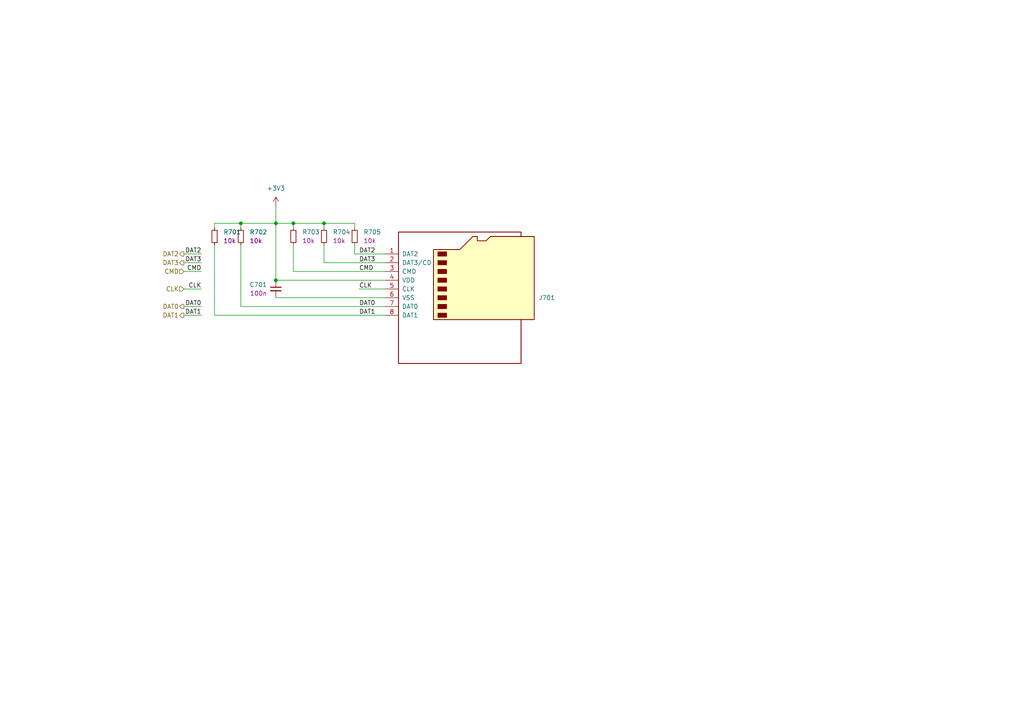
<source format=kicad_sch>
(kicad_sch (version 20211123) (generator eeschema)
  (paper "A4")
  (lib_symbols
    (symbol "BOM:C_0402_100n" (pin_numbers hide) (pin_names (offset 0.254) hide)
      (property "Reference" "C" (at 0.254 1.778 0))
      (property "Capicatance" "100n" (at 3.81 -2.54 0))
      (symbol "C_0402_100n_0_1"
        (polyline (pts (xy -1.524 -0.508) (xy 1.524 -0.508)) (stroke (width 0.3302)))
        (polyline (pts (xy -1.524 0.508) (xy 1.524 0.508)) (stroke (width 0.3048)))
      )
      (symbol "C_0402_100n_1_1"
        (pin passive line (at 0 2.54 270) (length 2.032) (name "~") (number "1"))
        (pin passive line (at 0 -2.54 90) (length 2.032) (name "~") (number "2"))
      )
    )
    (symbol "BOM:J_Micro_SD_Card" (pin_names (offset 1.016))
      (property "Reference" "J" (at -16.51 15.24 0))
      (symbol "J_Micro_SD_Card_0_1"
        (rectangle (start -7.62 -9.525) (end -5.08 -10.795) (fill (type outline)))
        (rectangle (start -7.62 -6.985) (end -5.08 -8.255) (fill (type outline)))
        (rectangle (start -7.62 -4.445) (end -5.08 -5.715) (fill (type outline)))
        (rectangle (start -7.62 -1.905) (end -5.08 -3.175) (fill (type outline)))
        (rectangle (start -7.62 0.635) (end -5.08 -0.635) (fill (type outline)))
        (rectangle (start -7.62 3.175) (end -5.08 1.905) (fill (type outline)))
        (rectangle (start -7.62 5.715) (end -5.08 4.445) (fill (type outline)))
        (rectangle (start -7.62 8.255) (end -5.08 6.985) (fill (type outline)))
        (polyline (pts (xy 16.51 12.7) (xy 16.51 13.97) (xy -19.05 13.97) (xy -19.05 -24.13) (xy 16.51 -24.13) (xy 16.51 -11.43)) (stroke (width 0.254)))
        (polyline (pts (xy -8.89 -11.43) (xy -8.89 8.89) (xy -1.27 8.89) (xy 2.54 12.7) (xy 3.81 12.7) (xy 3.81 11.43) (xy 6.35 11.43) (xy 7.62 12.7) (xy 20.32 12.7) (xy 20.32 -11.43) (xy -8.89 -11.43)) (stroke (width 0.254)) (fill (type background)))
      )
      (symbol "J_Micro_SD_Card_1_1"
        (pin bidirectional line (at -22.86 7.62 0) (length 3.81) (name "DAT2") (number "1"))
        (pin bidirectional line (at -22.86 5.08 0) (length 3.81) (name "DAT3/CD") (number "2"))
        (pin input line (at -22.86 2.54 0) (length 3.81) (name "CMD") (number "3"))
        (pin power_in line (at -22.86 0 0) (length 3.81) (name "VDD") (number "4"))
        (pin input line (at -22.86 -2.54 0) (length 3.81) (name "CLK") (number "5"))
        (pin power_in line (at -22.86 -5.08 0) (length 3.81) (name "VSS") (number "6"))
        (pin bidirectional line (at -22.86 -7.62 0) (length 3.81) (name "DAT0") (number "7"))
        (pin bidirectional line (at -22.86 -10.16 0) (length 3.81) (name "DAT1") (number "8"))
        (pin no_connect line (at 20.32 -22.86 180) (length 3.81) hide (name "SHIELD") (number "MP"))
        (pin no_connect line (at 20.32 -20.32 180) (length 3.81) hide (name "SHIELD") (number "MP"))
        (pin no_connect line (at 20.32 -17.78 180) (length 3.81) hide (name "SHIELD") (number "MP"))
        (pin no_connect line (at 20.32 -15.24 180) (length 3.81) hide (name "SHIELD") (number "MP"))
      )
    )
    (symbol "BOM:R_0402_10k" (pin_numbers hide) (pin_names (offset 0.254) hide)
      (property "Reference" "R" (at 0.762 0.508 0))
      (property "Resistance" "10k" (at 3.81 -1.27 0))
      (symbol "R_0402_10k_0_1"
        (rectangle (start -0.762 1.778) (end 0.762 -1.778) (stroke (width 0.2032)))
      )
      (symbol "R_0402_10k_1_1"
        (pin passive line (at 0 2.54 270) (length 0.762) (name "~") (number "1"))
        (pin passive line (at 0 -2.54 90) (length 0.762) (name "~") (number "2"))
      )
    )
    (symbol "power:+3V3" (power) (pin_names (offset 0))
      (property "Value" "+3V3" (at 0 3.556 0))
      (symbol "+3V3_0_1"
        (polyline (pts (xy -0.762 1.27) (xy 0 2.54)))
        (polyline (pts (xy 0 0) (xy 0 2.54)))
        (polyline (pts (xy 0 2.54) (xy 0.762 1.27)))
      )
      (symbol "+3V3_1_1"
        (pin power_in line (at 0 0 90) (length 0) hide (name "+3V3") (number "1"))
      )
    )
  )
  (junction (at 85.09 64.77))
  (junction (at 80.01 64.77))
  (junction (at 93.98 64.77))
  (junction (at 80.01 81.28))
  (junction (at 69.85 64.77))
  (wire (pts (xy 93.98 64.77) (xy 93.98 66.04)))
  (wire (pts (xy 104.14 83.82) (xy 111.76 83.82)))
  (wire (pts (xy 111.76 73.66) (xy 102.87 73.66)))
  (wire (pts (xy 80.01 64.77) (xy 85.09 64.77)))
  (wire (pts (xy 111.76 88.9) (xy 69.85 88.9)))
  (wire (pts (xy 80.01 86.36) (xy 111.76 86.36)))
  (wire (pts (xy 53.34 76.2) (xy 58.42 76.2)))
  (wire (pts (xy 53.34 91.44) (xy 58.42 91.44)))
  (wire (pts (xy 102.87 73.66) (xy 102.87 71.12)))
  (wire (pts (xy 69.85 64.77) (xy 80.01 64.77)))
  (wire (pts (xy 111.76 78.74) (xy 85.09 78.74)))
  (wire (pts (xy 85.09 78.74) (xy 85.09 71.12)))
  (wire (pts (xy 80.01 59.69) (xy 80.01 64.77)))
  (wire (pts (xy 53.34 83.82) (xy 58.42 83.82)))
  (wire (pts (xy 111.76 76.2) (xy 93.98 76.2)))
  (wire (pts (xy 62.23 71.12) (xy 62.23 91.44)))
  (wire (pts (xy 80.01 64.77) (xy 80.01 81.28)))
  (wire (pts (xy 53.34 88.9) (xy 58.42 88.9)))
  (wire (pts (xy 85.09 66.04) (xy 85.09 64.77)))
  (wire (pts (xy 69.85 66.04) (xy 69.85 64.77)))
  (wire (pts (xy 102.87 64.77) (xy 93.98 64.77)))
  (wire (pts (xy 102.87 66.04) (xy 102.87 64.77)))
  (wire (pts (xy 69.85 88.9) (xy 69.85 71.12)))
  (wire (pts (xy 62.23 91.44) (xy 111.76 91.44)))
  (wire (pts (xy 93.98 76.2) (xy 93.98 71.12)))
  (wire (pts (xy 80.01 81.28) (xy 111.76 81.28)))
  (wire (pts (xy 85.09 64.77) (xy 93.98 64.77)))
  (wire (pts (xy 62.23 66.04) (xy 62.23 64.77)))
  (wire (pts (xy 62.23 64.77) (xy 69.85 64.77)))
  (wire (pts (xy 53.34 73.66) (xy 58.42 73.66)))
  (wire (pts (xy 53.34 78.74) (xy 58.42 78.74)))
  (label "CLK" (at 58.42 83.82 180))
  (label "CMD" (at 58.42 78.74 180))
  (label "CMD" (at 104.14 78.74 0))
  (label "CLK" (at 104.14 83.82 0))
  (label "DAT0" (at 104.14 88.9 0))
  (label "DAT3" (at 58.42 76.2 180))
  (label "DAT0" (at 58.42 88.9 180))
  (label "DAT1" (at 58.42 91.44 180))
  (label "DAT2" (at 58.42 73.66 180))
  (label "DAT2" (at 104.14 73.66 0))
  (label "DAT3" (at 104.14 76.2 0))
  (label "DAT1" (at 104.14 91.44 0))
  (hierarchical_label "DAT1" (shape output) (at 53.34 91.44 180))
  (hierarchical_label "DAT0" (shape output) (at 53.34 88.9 180))
  (hierarchical_label "CLK" (shape input) (at 53.34 83.82 180))
  (hierarchical_label "CMD" (shape input) (at 53.34 78.74 180))
  (hierarchical_label "DAT2" (shape output) (at 53.34 73.66 180))
  (hierarchical_label "DAT3" (shape output) (at 53.34 76.2 180))
  (symbol (lib_id "BOM:R_0402_10k") (at 85.09 68.58 0) (unit 1)
    (property "Reference" "R703" (at 87.63 67.3099 0) (effects (justify left)))
    (property "Value" "R_0402_10k" (effects hide))
    (property "Footprint" "Resistor_SMD:R_0402_1005Metric" (effects hide))
    (property "Resistance" "10k" (at 87.63 69.8499 0) (effects (justify left)))
  )
  (symbol (lib_id "power:+3V3") (at 80.01 59.69 0) (unit 1)
    (property "Reference" "#PWR0701" (effects hide))
    (property "Value" "+3V3" (at 80.01 54.61 0))
  )
  (symbol (lib_id "BOM:R_0402_10k") (at 93.98 68.58 0) (unit 1)
    (property "Reference" "R704" (at 96.52 67.3099 0) (effects (justify left)))
    (property "Value" "R_0402_10k" (effects hide))
    (property "Footprint" "Resistor_SMD:R_0402_1005Metric" (effects hide))
    (property "Resistance" "10k" (at 96.52 69.8499 0) (effects (justify left)))
  )
  (symbol (lib_id "BOM:C_0402_100n") (at 80.01 83.82 0) (unit 1)
    (property "Reference" "C701" (at 77.47 82.5562 0) (effects (justify right)))
    (property "Value" "C_0402_100n" (effects hide))
    (property "Footprint" "Capacitor_SMD:C_0402_1005Metric" (effects hide))
    (property "Capicatance" "100n" (at 77.47 85.0962 0) (effects (justify right)))
  )
  (symbol (lib_id "BOM:R_0402_10k") (at 62.23 68.58 0) (unit 1)
    (property "Reference" "R701" (at 64.77 67.3099 0) (effects (justify left)))
    (property "Value" "R_0402_10k" (effects hide))
    (property "Footprint" "Resistor_SMD:R_0402_1005Metric" (effects hide))
    (property "Resistance" "10k" (at 64.77 69.8499 0) (effects (justify left)))
  )
  (symbol (lib_id "BOM:R_0402_10k") (at 102.87 68.58 0) (unit 1)
    (property "Reference" "R705" (at 105.41 67.3099 0) (effects (justify left)))
    (property "Value" "R_0402_10k" (effects hide))
    (property "Footprint" "Resistor_SMD:R_0402_1005Metric" (effects hide))
    (property "Resistance" "10k" (at 105.41 69.8499 0) (effects (justify left)))
  )
  (symbol (lib_id "BOM:R_0402_10k") (at 69.85 68.58 0) (unit 1)
    (property "Reference" "R702" (at 72.39 67.3099 0) (effects (justify left)))
    (property "Value" "R_0402_10k" (effects hide))
    (property "Footprint" "Resistor_SMD:R_0402_1005Metric" (effects hide))
    (property "Resistance" "10k" (at 72.39 69.8499 0) (effects (justify left)))
  )
  (symbol (lib_id "BOM:J_Micro_SD_Card") (at 134.62 81.28 0) (unit 1)
    (property "Reference" "J701" (at 156.21 86.3599 0) (effects (justify left)))
    (property "Value" "J_Micro_SD_Card" (effects hide))
    (property "Footprint" "BOM:GCT_MEM2067-02-180-00-A_REVB" (effects hide))
    (property "Datasheet" "http://katalog.we-online.de/em/datasheet/693072010801.pdf" (effects hide))
    (property "MPN" "MEM2067-02-180-00-A" (effects hide))
    (property "Digikey" "2073-MEM2067-02-180-00-ACT-ND" (effects hide))
    (property "LCSC" "C5124832" (effects hide))
  )
)
</source>
